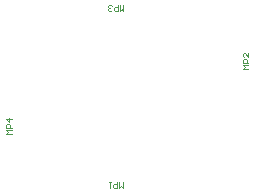
<source format=gbr>
G04*
G04 #@! TF.GenerationSoftware,Altium Limited,Altium Designer,24.9.1 (31)*
G04*
G04 Layer_Color=32768*
%FSLAX25Y25*%
%MOIN*%
G70*
G04*
G04 #@! TF.SameCoordinates,AE1E5416-9686-4E21-8CD7-455353439681*
G04*
G04*
G04 #@! TF.FilePolarity,Positive*
G04*
G01*
G75*
%ADD73C,0.00197*%
D73*
X20669Y83990D02*
X18701D01*
X19357Y84646D01*
X18701Y85302D01*
X20669D01*
Y85958D02*
X18701D01*
Y86942D01*
X19029Y87270D01*
X19685D01*
X20013Y86942D01*
Y85958D01*
X20669Y88910D02*
X18701D01*
X19685Y87926D01*
Y89238D01*
X99409Y105644D02*
X97441D01*
X98097Y106300D01*
X97441Y106956D01*
X99409D01*
Y107612D02*
X97441D01*
Y108596D01*
X97769Y108924D01*
X98425D01*
X98753Y108596D01*
Y107612D01*
X99409Y110891D02*
Y109580D01*
X98097Y110891D01*
X97769D01*
X97441Y110564D01*
Y109908D01*
X97769Y109580D01*
X57742Y126968D02*
Y125000D01*
X57086Y125656D01*
X56430Y125000D01*
Y126968D01*
X55774D02*
Y125000D01*
X54790D01*
X54462Y125328D01*
Y125984D01*
X54790Y126312D01*
X55774D01*
X53806Y125328D02*
X53478Y125000D01*
X52822D01*
X52494Y125328D01*
Y125656D01*
X52822Y125984D01*
X53150D01*
X52822D01*
X52494Y126312D01*
Y126640D01*
X52822Y126968D01*
X53478D01*
X53806Y126640D01*
X57414Y67913D02*
Y65945D01*
X56758Y66601D01*
X56102Y65945D01*
Y67913D01*
X55446D02*
Y65945D01*
X54462D01*
X54134Y66273D01*
Y66929D01*
X54462Y67257D01*
X55446D01*
X53478Y67913D02*
X52822D01*
X53150D01*
Y65945D01*
X53478Y66273D01*
M02*

</source>
